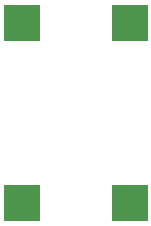
<source format=gbr>
G04 EAGLE Gerber RS-274X export*
G75*
%MOMM*%
%FSLAX34Y34*%
%LPD*%
%INSolderpaste Bottom*%
%IPPOS*%
%AMOC8*
5,1,8,0,0,1.08239X$1,22.5*%
G01*
%ADD10R,3.032000X3.032000*%


D10*
X427389Y68905D03*
X427389Y221305D03*
X335949Y68905D03*
X335949Y221305D03*
M02*

</source>
